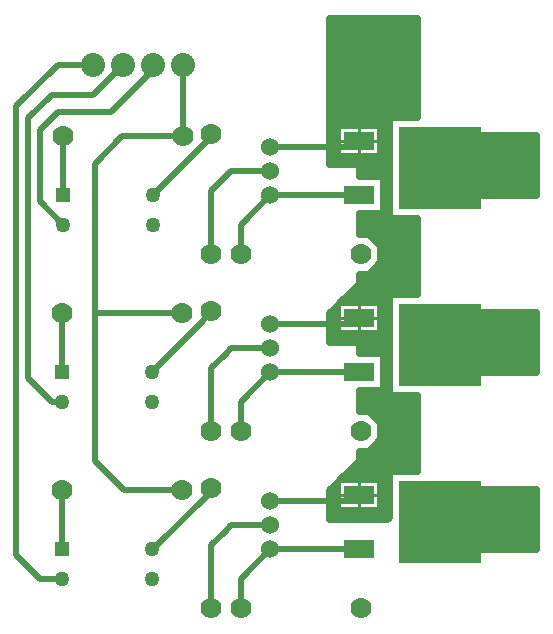
<source format=gbr>
G04 PROTEUS GERBER X2 FILE*
%TF.GenerationSoftware,Labcenter,Proteus,8.6-SP2-Build23525*%
%TF.CreationDate,2017-06-21T11:24:34+00:00*%
%TF.FileFunction,Copper,L2,Bot*%
%TF.FilePolarity,Positive*%
%TF.Part,Single*%
%FSLAX45Y45*%
%MOMM*%
G01*
%TA.AperFunction,Conductor*%
%ADD10C,0.508000*%
%ADD11C,0.635000*%
%ADD12C,0.254000*%
%TA.AperFunction,SMDPad,CuDef*%
%ADD14R,6.985000X6.985000*%
%ADD15R,2.540000X1.524000*%
%TA.AperFunction,ComponentPad*%
%ADD13C,1.524000*%
%TA.AperFunction,ComponentPad*%
%ADD16C,1.778000*%
%TA.AperFunction,ComponentPad*%
%ADD17R,1.270000X1.270000*%
%ADD18C,1.270000*%
%ADD19C,2.032000*%
%TD.AperFunction*%
G36*
X-5500000Y+3250000D02*
X-5500000Y+3750000D01*
X-5000000Y+3750000D01*
X-5000000Y+3250000D01*
X-5500000Y+3250000D01*
G37*
G36*
X-6000000Y+3904049D02*
X-6234569Y+3904049D01*
X-6234569Y+3053151D01*
X-6000000Y+3053151D01*
X-6000000Y+2404049D01*
X-6234569Y+2404049D01*
X-6234569Y+1553151D01*
X-6000000Y+1553151D01*
X-6000000Y+904049D01*
X-6234569Y+904049D01*
X-6234569Y+515431D01*
X-6250000Y+500000D01*
X-6750000Y+500000D01*
X-6750000Y+750000D01*
X-6677799Y+822201D01*
X-6677799Y+580201D01*
X-6322201Y+580201D01*
X-6322201Y+834199D01*
X-6665801Y+834199D01*
X-6500000Y+1000000D01*
X-6500000Y+1084901D01*
X-6415614Y+1084901D01*
X-6318901Y+1181614D01*
X-6318901Y+1318386D01*
X-6415614Y+1415099D01*
X-6500000Y+1415099D01*
X-6500000Y+1597601D01*
X-6296801Y+1597601D01*
X-6296801Y+1902399D01*
X-6500000Y+1902399D01*
X-6500000Y+2000000D01*
X-6750000Y+2000000D01*
X-6750000Y+2250000D01*
X-6677799Y+2322201D01*
X-6677799Y+2080201D01*
X-6322201Y+2080201D01*
X-6322201Y+2334199D01*
X-6665801Y+2334199D01*
X-6500000Y+2500000D01*
X-6500000Y+2584901D01*
X-6415614Y+2584901D01*
X-6318901Y+2681614D01*
X-6318901Y+2818386D01*
X-6415614Y+2915099D01*
X-6500000Y+2915099D01*
X-6500000Y+3097601D01*
X-6296801Y+3097601D01*
X-6296801Y+3402399D01*
X-6500000Y+3402399D01*
X-6500000Y+3500000D01*
X-6750000Y+3500000D01*
X-6750000Y+4750000D01*
X-6000000Y+4750000D01*
X-6000000Y+3904049D01*
G37*
%LPC*%
G36*
X-6322201Y+3580201D02*
X-6322201Y+3834199D01*
X-6677799Y+3834199D01*
X-6677799Y+3580201D01*
X-6322201Y+3580201D01*
G37*
%LPD*%
G36*
X-5500000Y+1750000D02*
X-5500000Y+2250000D01*
X-5000000Y+2250000D01*
X-5000000Y+1750000D01*
X-5500000Y+1750000D01*
G37*
G36*
X-5500000Y+250000D02*
X-5500000Y+750000D01*
X-5000000Y+750000D01*
X-5000000Y+250000D01*
X-5500000Y+250000D01*
G37*
D10*
X-7750000Y+3766000D02*
X-7750000Y+3738000D01*
X-8238000Y+3250000D01*
X-9000000Y+3250000D02*
X-9000000Y+3750000D01*
X-9016000Y+2250000D02*
X-9016000Y+1817500D01*
X-9012000Y+1754000D01*
X-8250000Y+1754000D02*
X-7826900Y+2177100D01*
X-7750000Y+2266000D01*
X-7250000Y+2156400D02*
X-6627000Y+2156400D01*
X-6500000Y+2207200D01*
X-7250000Y+656400D02*
X-6627000Y+656400D01*
X-6500000Y+707200D01*
X-7250000Y+453200D02*
X-7580043Y+453200D01*
X-7634110Y+399133D01*
X-7750000Y+283243D01*
X-7750000Y-250000D01*
X-7750000Y-296800D01*
X-7250000Y+1953200D02*
X-7580043Y+1953200D01*
X-7634110Y+1899133D01*
X-7750000Y+1783243D01*
X-7750000Y+1250000D01*
X-7750000Y+1203200D01*
X-7750000Y+766000D02*
X-7750000Y+738000D01*
X-8238000Y+250000D01*
X-9012000Y+254000D02*
X-9012000Y+754000D01*
X-7250000Y+1750000D02*
X-7500000Y+1500000D01*
X-7500000Y+1250000D01*
X-7250000Y+3453200D02*
X-7580043Y+3453200D01*
X-7750000Y+3283243D01*
X-7750000Y+2750000D01*
X-7250000Y+3250000D02*
X-7500000Y+3000000D01*
X-7500000Y+2750000D01*
X-7250000Y+250000D02*
X-7500000Y+0D01*
X-7500000Y-250000D01*
X-7250000Y+3250000D02*
X-6500000Y+3250000D01*
X-7250000Y+3656400D02*
X-6627000Y+3656400D01*
X-6500000Y+3707200D01*
X-8734000Y+2250000D02*
X-8000000Y+2250000D01*
X-7984000Y+3750000D02*
X-8500000Y+3750000D01*
X-8734000Y+3516000D01*
X-8734000Y+2250000D01*
X-8734000Y+1000000D01*
X-8484000Y+750000D01*
X-8000000Y+750000D01*
X-7250000Y+250000D02*
X-6500000Y+250000D01*
X-7250000Y+1750000D02*
X-6500000Y+1750000D01*
X-7984000Y+3750000D02*
X-7984000Y+4248400D01*
X-7988000Y+4350000D01*
X-8750000Y+4350000D02*
X-9050000Y+4350000D01*
X-9400000Y+4000000D01*
X-9400000Y+200000D01*
X-9200000Y+0D01*
X-9012000Y+0D01*
X-8496000Y+4350000D02*
X-8746000Y+4100000D01*
X-9100000Y+4100000D01*
X-9300000Y+3900000D01*
X-9300000Y+1700000D01*
X-9100000Y+1500000D01*
X-9012000Y+1500000D01*
X-9000000Y+2996000D02*
X-9200000Y+3196000D01*
X-9200000Y+3800000D01*
X-9050000Y+3950000D01*
X-8600000Y+3950000D01*
X-8242000Y+4308000D01*
X-8242000Y+4350000D01*
D11*
X-5500000Y+3250000D02*
X-5500000Y+3750000D01*
X-5000000Y+3750000D01*
X-5000000Y+3250000D01*
X-5500000Y+3250000D01*
D10*
X-6000000Y+3904049D02*
X-6234569Y+3904049D01*
X-6234569Y+3053151D01*
X-6000000Y+3053151D01*
X-6000000Y+2404049D01*
X-6234569Y+2404049D01*
X-6234569Y+1553151D01*
X-6000000Y+1553151D01*
X-6000000Y+904049D01*
X-6234569Y+904049D01*
X-6234569Y+515431D01*
X-6250000Y+500000D01*
X-6750000Y+500000D01*
X-6750000Y+750000D01*
X-6677799Y+822201D01*
X-6677799Y+580201D01*
X-6322201Y+580201D01*
X-6322201Y+834199D01*
X-6665801Y+834199D01*
X-6500000Y+1000000D01*
X-6500000Y+1084901D01*
X-6415614Y+1084901D01*
X-6318901Y+1181614D01*
X-6318901Y+1318386D01*
X-6415614Y+1415099D01*
X-6500000Y+1415099D01*
X-6500000Y+1597601D01*
X-6296801Y+1597601D01*
X-6296801Y+1902399D01*
X-6500000Y+1902399D01*
X-6500000Y+2000000D01*
X-6750000Y+2000000D01*
X-6750000Y+2250000D01*
X-6677799Y+2322201D01*
X-6677799Y+2080201D01*
X-6322201Y+2080201D01*
X-6322201Y+2334199D01*
X-6665801Y+2334199D01*
X-6500000Y+2500000D01*
X-6500000Y+2584901D01*
X-6415614Y+2584901D01*
X-6318901Y+2681614D01*
X-6318901Y+2818386D01*
X-6415614Y+2915099D01*
X-6500000Y+2915099D01*
X-6500000Y+3097601D01*
X-6296801Y+3097601D01*
X-6296801Y+3402399D01*
X-6500000Y+3402399D01*
X-6500000Y+3500000D01*
X-6750000Y+3500000D01*
X-6750000Y+4750000D01*
X-6000000Y+4750000D01*
X-6000000Y+3904049D01*
X-6322201Y+3580201D02*
X-6322201Y+3834199D01*
X-6677799Y+3834199D01*
X-6677799Y+3580201D01*
X-6322201Y+3580201D01*
D12*
X-6500000Y+3580201D02*
X-6500000Y+3707200D01*
X-6500000Y+3834199D02*
X-6500000Y+3707200D01*
X-6322201Y+3707200D02*
X-6500000Y+3707200D01*
X-6677799Y+3707200D02*
X-6500000Y+3707200D01*
X-6500000Y+2334199D02*
X-6500000Y+2207200D01*
X-6500000Y+2080201D02*
X-6500000Y+2207200D01*
X-6677799Y+2207200D02*
X-6500000Y+2207200D01*
X-6322201Y+2207200D02*
X-6500000Y+2207200D01*
X-6500000Y+580201D02*
X-6500000Y+707200D01*
X-6500000Y+834199D02*
X-6500000Y+707200D01*
X-6322201Y+707200D02*
X-6500000Y+707200D01*
X-6677799Y+707200D02*
X-6500000Y+707200D01*
D11*
X-5500000Y+1750000D02*
X-5500000Y+2250000D01*
X-5000000Y+2250000D01*
X-5000000Y+1750000D01*
X-5500000Y+1750000D01*
X-5500000Y+250000D02*
X-5500000Y+750000D01*
X-5000000Y+750000D01*
X-5000000Y+250000D01*
X-5500000Y+250000D01*
D14*
X-5809120Y+3478600D03*
D15*
X-6500000Y+3250000D03*
X-6500000Y+3707200D03*
D13*
X-7250000Y+3656400D03*
X-7250000Y+3453200D03*
X-7250000Y+3250000D03*
D14*
X-5809120Y+1978600D03*
D15*
X-6500000Y+1750000D03*
X-6500000Y+2207200D03*
D13*
X-7250000Y+2156400D03*
X-7250000Y+1953200D03*
X-7250000Y+1750000D03*
D14*
X-5809120Y+478600D03*
D15*
X-6500000Y+250000D03*
X-6500000Y+707200D03*
D13*
X-7250000Y+656400D03*
X-7250000Y+453200D03*
X-7250000Y+250000D03*
D16*
X-7500000Y+2750000D03*
X-6484000Y+2750000D03*
X-7750000Y+2750000D03*
X-7750000Y+3766000D03*
D17*
X-9000000Y+3250000D03*
D18*
X-9000000Y+2996000D03*
X-8238000Y+2996000D03*
X-8238000Y+3250000D03*
D16*
X-7984000Y+3750000D03*
X-9000000Y+3750000D03*
X-7500000Y+1250000D03*
X-6484000Y+1250000D03*
X-7500000Y-250000D03*
X-6484000Y-250000D03*
X-7750000Y+1250000D03*
X-7750000Y+2266000D03*
X-8000000Y+2250000D03*
X-9016000Y+2250000D03*
X-7750000Y-250000D03*
X-7750000Y+766000D03*
X-8000000Y+750000D03*
X-9016000Y+750000D03*
D17*
X-9012000Y+1754000D03*
D18*
X-9012000Y+1500000D03*
X-8250000Y+1500000D03*
X-8250000Y+1754000D03*
D17*
X-9012000Y+254000D03*
D18*
X-9012000Y+0D03*
X-8250000Y+0D03*
X-8250000Y+254000D03*
D19*
X-8750000Y+4350000D03*
X-8496000Y+4350000D03*
X-8242000Y+4350000D03*
X-7988000Y+4350000D03*
M02*

</source>
